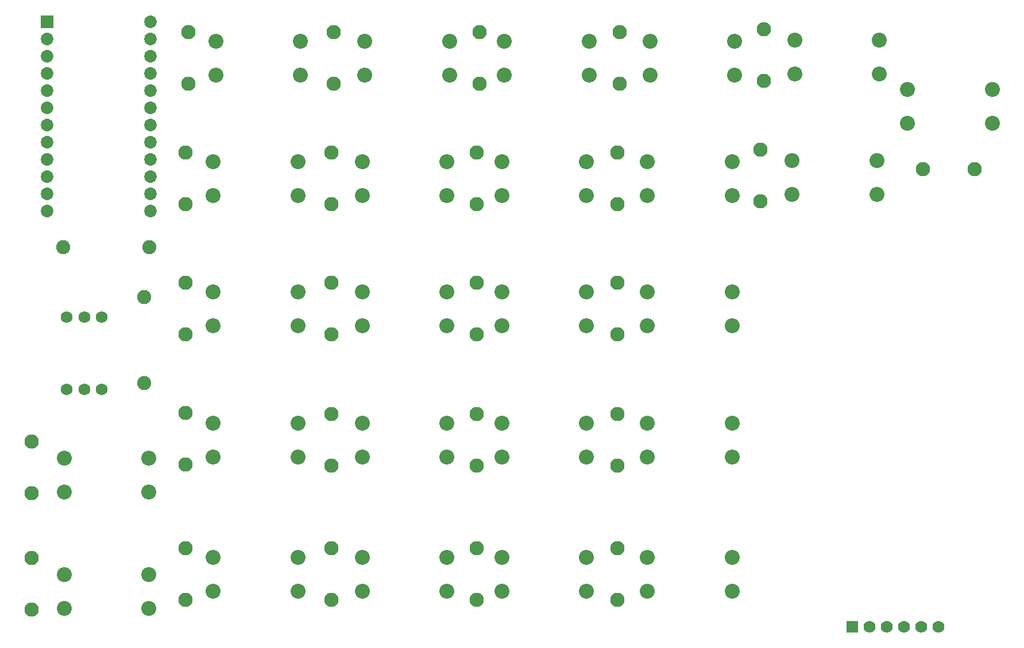
<source format=gbs>
G04 Layer: BottomSolderMaskLayer*
G04 EasyEDA v6.1.33, Sat, 27 Apr 2019 13:28:37 GMT*
G04 c1ca82668c2d4d1491ff35bdc25fb94a,6a163e1b02164d1f80322a9964b4fc45,10*
G04 Gerber Generator version 0.2*
G04 Scale: 100 percent, Rotated: No, Reflected: No *
G04 Dimensions in inches *
G04 leading zeros omitted , absolute positions ,2 integer and 4 decimal *
%FSLAX24Y24*%
%MOIN*%
G90*
G70D02*

%ADD27C,0.073000*%
%ADD28R,0.073000X0.073000*%
%ADD29C,0.086740*%
%ADD30C,0.083000*%
%ADD31C,0.070000*%
%ADD32R,0.070000X0.070000*%
%ADD33C,0.068000*%
%ADD34C,0.082000*%

%LPD*%
G54D27*
G01X2700Y26500D03*
G01X2700Y27500D03*
G01X2700Y28500D03*
G01X2700Y29500D03*
G01X2700Y30500D03*
G01X2700Y31500D03*
G01X2700Y32500D03*
G01X2700Y33500D03*
G01X2700Y34500D03*
G01X2700Y35500D03*
G01X2700Y36500D03*
G54D28*
G01X2700Y37500D03*
G54D27*
G01X8700Y37500D03*
G01X8700Y36500D03*
G01X8700Y35500D03*
G01X8700Y34500D03*
G01X8700Y33500D03*
G01X8700Y32500D03*
G01X8700Y31500D03*
G01X8700Y30500D03*
G01X8700Y29500D03*
G01X8700Y28500D03*
G01X8700Y27500D03*
G01X8700Y26500D03*
G54D29*
G01X17409Y34417D03*
G01X12488Y34415D03*
G01X17411Y36382D03*
G01X12488Y36384D03*
G01X26059Y34417D03*
G01X21138Y34415D03*
G01X26061Y36382D03*
G01X21138Y36384D03*
G01X34159Y34417D03*
G01X29238Y34415D03*
G01X34161Y36382D03*
G01X29238Y36384D03*
G01X42609Y34417D03*
G01X37688Y34415D03*
G01X42611Y36382D03*
G01X37688Y36384D03*
G01X51009Y34467D03*
G01X46088Y34465D03*
G01X51011Y36432D03*
G01X46088Y36434D03*
G01X57559Y31617D03*
G01X52638Y31615D03*
G01X57561Y33582D03*
G01X52638Y33584D03*
G01X17259Y27417D03*
G01X12338Y27415D03*
G01X17261Y29382D03*
G01X12338Y29384D03*
G01X25909Y27417D03*
G01X20988Y27415D03*
G01X25911Y29382D03*
G01X20988Y29384D03*
G01X34009Y27417D03*
G01X29088Y27415D03*
G01X34011Y29382D03*
G01X29088Y29384D03*
G01X42459Y27417D03*
G01X37538Y27415D03*
G01X42461Y29382D03*
G01X37538Y29384D03*
G01X50859Y27467D03*
G01X45938Y27465D03*
G01X50861Y29432D03*
G01X45938Y29434D03*
G01X17259Y19842D03*
G01X12338Y19840D03*
G01X17261Y21807D03*
G01X12338Y21809D03*
G01X25909Y19842D03*
G01X20988Y19840D03*
G01X25911Y21807D03*
G01X20988Y21809D03*
G01X34009Y19842D03*
G01X29088Y19840D03*
G01X34011Y21807D03*
G01X29088Y21809D03*
G01X42459Y19842D03*
G01X37538Y19840D03*
G01X42461Y21807D03*
G01X37538Y21809D03*
G01X8609Y10167D03*
G01X3688Y10165D03*
G01X8611Y12132D03*
G01X3688Y12134D03*
G01X8609Y3417D03*
G01X3688Y3415D03*
G01X8611Y5382D03*
G01X3688Y5384D03*
G01X17259Y12217D03*
G01X12338Y12215D03*
G01X17261Y14182D03*
G01X12338Y14184D03*
G01X25909Y12217D03*
G01X20988Y12215D03*
G01X25911Y14182D03*
G01X20988Y14184D03*
G01X34009Y12217D03*
G01X29088Y12215D03*
G01X34011Y14182D03*
G01X29088Y14184D03*
G01X42459Y12217D03*
G01X37538Y12215D03*
G01X42461Y14182D03*
G01X37538Y14184D03*
G01X17259Y4417D03*
G01X12338Y4415D03*
G01X17261Y6382D03*
G01X12338Y6384D03*
G01X25909Y4417D03*
G01X20988Y4415D03*
G01X25911Y6382D03*
G01X20988Y6384D03*
G01X34009Y4417D03*
G01X29088Y4415D03*
G01X34011Y6382D03*
G01X29088Y6384D03*
G01X42459Y4417D03*
G01X37538Y4415D03*
G01X42461Y6382D03*
G01X37538Y6384D03*
G54D30*
G01X10900Y33901D03*
G01X10900Y36901D03*
G01X56550Y28950D03*
G01X53550Y28950D03*
G01X44100Y27075D03*
G01X44100Y30075D03*
G01X1800Y10098D03*
G01X1800Y13098D03*
G01X35800Y11700D03*
G01X35800Y14700D03*
G01X19350Y33901D03*
G01X19350Y36901D03*
G01X10750Y26901D03*
G01X10750Y29901D03*
G01X10750Y19326D03*
G01X10750Y22326D03*
G01X1800Y3348D03*
G01X1800Y6348D03*
G01X10750Y3901D03*
G01X10750Y6901D03*
G01X27800Y33901D03*
G01X27800Y36901D03*
G01X19200Y26901D03*
G01X19200Y29901D03*
G01X19200Y19326D03*
G01X19200Y22326D03*
G01X10750Y11763D03*
G01X10750Y14763D03*
G01X19200Y3901D03*
G01X19200Y6901D03*
G01X35950Y33900D03*
G01X35950Y36900D03*
G01X27650Y26901D03*
G01X27650Y29901D03*
G01X27650Y19326D03*
G01X27650Y22326D03*
G01X19200Y11701D03*
G01X19200Y14701D03*
G01X27650Y3901D03*
G01X27650Y6901D03*
G01X44300Y34075D03*
G01X44300Y37075D03*
G01X35800Y26900D03*
G01X35800Y29900D03*
G01X35800Y19325D03*
G01X35800Y22325D03*
G01X27650Y11701D03*
G01X27650Y14701D03*
G01X35800Y3900D03*
G01X35800Y6900D03*
G54D31*
G01X54450Y2350D03*
G01X53450Y2350D03*
G01X52450Y2350D03*
G01X51450Y2350D03*
G01X50450Y2350D03*
G54D32*
G01X49450Y2350D03*
G54D33*
G01X3846Y20350D03*
G01X4869Y20350D03*
G01X5853Y20350D03*
G01X3846Y16150D03*
G01X4869Y16150D03*
G01X5853Y16150D03*
G54D34*
G01X3650Y24400D03*
G01X8650Y24400D03*
G01X8350Y16500D03*
G01X8350Y21500D03*
M00*
M02*

</source>
